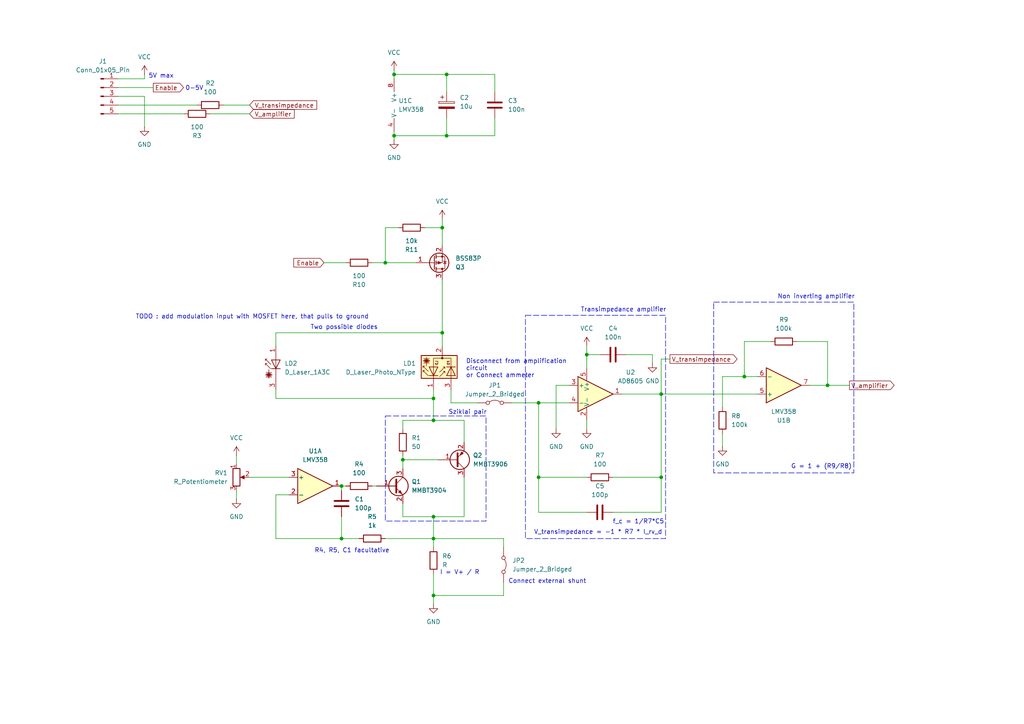
<source format=kicad_sch>
(kicad_sch (version 20231120) (generator "eeschema") (generator_version "8.0")
  (paper "A4")
  (title_block (title "Mini laser driver") (date "2025-02-06") (rev "A00"))
  (lib_symbols
    (symbol "Amplifier_Operational:LMV358" (pin_names (offset 0.127))
      (property "Reference" "U" (at 0 5.08 0))
      (property "Value" "LMV358" (at 0 -5.08 0))
      (symbol "LMV358_1_1"
        (polyline (pts (xy -5.08 5.08) (xy 5.08 0) (xy -5.08 -5.08) (xy -5.08 5.08)) (stroke (width 0.254)) (fill (type background)))
        (pin output line (at 7.62 0 180) (length 2.54) (name "~") (number "1"))
        (pin input line (at -7.62 -2.54 0) (length 2.54) (name "-") (number "2"))
        (pin input line (at -7.62 2.54 0) (length 2.54) (name "+") (number "3"))
      )
      (symbol "LMV358_2_1"
        (polyline (pts (xy -5.08 5.08) (xy 5.08 0) (xy -5.08 -5.08) (xy -5.08 5.08)) (stroke (width 0.254)) (fill (type background)))
        (pin input line (at -7.62 2.54 0) (length 2.54) (name "+") (number "5"))
        (pin input line (at -7.62 -2.54 0) (length 2.54) (name "-") (number "6"))
        (pin output line (at 7.62 0 180) (length 2.54) (name "~") (number "7"))
      )
      (symbol "LMV358_3_1"
        (pin power_in line (at -2.54 -7.62 90) (length 3.81) (name "V-") (number "4"))
        (pin power_in line (at -2.54 7.62 270) (length 3.81) (name "V+") (number "8"))
      )
    )
    (symbol "Connector:Conn_01x05_Pin" (pin_names (offset 1.016) hide)
      (property "Reference" "J" (at 0 7.62 0))
      (property "Value" "Conn_01x05_Pin" (at 0 -7.62 0))
      (symbol "Conn_01x05_Pin_1_1"
        (polyline (pts (xy 1.27 -5.08) (xy 0.8636 -5.08)) (stroke (width 0.1524)))
        (polyline (pts (xy 1.27 -2.54) (xy 0.8636 -2.54)) (stroke (width 0.1524)))
        (polyline (pts (xy 1.27 0) (xy 0.8636 0)) (stroke (width 0.1524)))
        (polyline (pts (xy 1.27 2.54) (xy 0.8636 2.54)) (stroke (width 0.1524)))
        (polyline (pts (xy 1.27 5.08) (xy 0.8636 5.08)) (stroke (width 0.1524)))
        (rectangle (start 0.8636 -4.953) (end 0 -5.207) (stroke (width 0.1524)) (fill (type outline)))
        (rectangle (start 0.8636 -2.413) (end 0 -2.667) (stroke (width 0.1524)) (fill (type outline)))
        (rectangle (start 0.8636 0.127) (end 0 -0.127) (stroke (width 0.1524)) (fill (type outline)))
        (rectangle (start 0.8636 2.667) (end 0 2.413) (stroke (width 0.1524)) (fill (type outline)))
        (rectangle (start 0.8636 5.207) (end 0 4.953) (stroke (width 0.1524)) (fill (type outline)))
        (pin passive line (at 5.08 5.08 180) (length 3.81) (name "Pin_1") (number "1"))
        (pin passive line (at 5.08 2.54 180) (length 3.81) (name "Pin_2") (number "2"))
        (pin passive line (at 5.08 0 180) (length 3.81) (name "Pin_3") (number "3"))
        (pin passive line (at 5.08 -2.54 180) (length 3.81) (name "Pin_4") (number "4"))
        (pin passive line (at 5.08 -5.08 180) (length 3.81) (name "Pin_5") (number "5"))
      )
    )
    (symbol "Device:C" (pin_numbers hide) (pin_names (offset 0.254))
      (property "Reference" "C" (at 0.635 2.54 0))
      (property "Value" "C" (at 0.635 -2.54 0))
      (symbol "C_0_1"
        (polyline (pts (xy -2.032 -0.762) (xy 2.032 -0.762)) (stroke (width 0.508)))
        (polyline (pts (xy -2.032 0.762) (xy 2.032 0.762)) (stroke (width 0.508)))
      )
      (symbol "C_1_1"
        (pin passive line (at 0 3.81 270) (length 2.794) (name "~") (number "1"))
        (pin passive line (at 0 -3.81 90) (length 2.794) (name "~") (number "2"))
      )
    )
    (symbol "Device:C_Polarized" (pin_numbers hide) (pin_names (offset 0.254))
      (property "Reference" "C" (at 0.635 2.54 0))
      (property "Value" "C_Polarized" (at 0.635 -2.54 0))
      (symbol "C_Polarized_0_1"
        (rectangle (start -2.286 0.508) (end 2.286 1.016))
        (polyline (pts (xy -1.778 2.286) (xy -0.762 2.286)))
        (polyline (pts (xy -1.27 2.794) (xy -1.27 1.778)))
        (rectangle (start 2.286 -0.508) (end -2.286 -1.016) (fill (type outline)))
      )
      (symbol "C_Polarized_1_1"
        (pin passive line (at 0 3.81 270) (length 2.794) (name "~") (number "1"))
        (pin passive line (at 0 -3.81 90) (length 2.794) (name "~") (number "2"))
      )
    )
    (symbol "Device:D_Laser_1A3C" (pin_names (offset 1.016) hide)
      (property "Reference" "LD" (at -1.27 4.445 0))
      (property "Value" "D_Laser_1A3C" (at -1.27 -2.54 0))
      (symbol "D_Laser_1A3C_0_1"
        (polyline (pts (xy -4.064 1.27) (xy -2.54 2.794)))
        (polyline (pts (xy -4.064 1.778) (xy -2.54 2.286)))
        (polyline (pts (xy -4.064 2.286) (xy -2.54 1.778)))
        (polyline (pts (xy -4.064 2.794) (xy -2.54 1.27)))
        (polyline (pts (xy -3.556 2.794) (xy -3.048 1.27)))
        (polyline (pts (xy -3.302 2.032) (xy -3.302 1.016)))
        (polyline (pts (xy -3.302 2.032) (xy -3.302 3.048)))
        (polyline (pts (xy -3.048 2.794) (xy -3.556 1.27)))
        (polyline (pts (xy -1.778 2.032) (xy -4.318 2.032)))
        (polyline (pts (xy -1.524 1.27) (xy -1.524 -1.27)) (stroke (width 0.2032)))
        (polyline (pts (xy 1.27 3.048) (xy 0.762 3.048)))
        (polyline (pts (xy 2.54 0) (xy -5.08 0)))
        (polyline (pts (xy -0.254 1.524) (xy 1.27 3.048) (xy 1.27 2.54)))
        (polyline (pts (xy 1.016 1.27) (xy 1.016 -1.27) (xy -1.524 0) (xy 1.016 1.27)) (stroke (width 0.2032)))
        (polyline (pts (xy -1.524 1.524) (xy 0 3.048) (xy 0 2.54) (xy 0 3.048) (xy -0.508 3.048)))
      )
      (symbol "D_Laser_1A3C_1_1"
        (pin passive line (at 5.08 0 180) (length 2.54) (name "A") (number "1"))
        (pin passive line (at -7.62 0 0) (length 2.54) (name "K") (number "3"))
      )
    )
    (symbol "Device:D_Laser_Photo_NType" (pin_names hide)
      (property "Reference" "LD" (at 1.016 7.112 0))
      (property "Value" "D_Laser_Photo_NType" (at 1.016 -5.588 0))
      (symbol "D_Laser_Photo_NType_0_1"
        (circle (center -1.524 0) (radius 0.254) (fill (type outline)))
        (arc (start -0.508 -1.778) (mid -0.3302 -1.6002) (end -0.508 -1.397))
        (arc (start 0 -2.159) (mid 0.3794 -1.778) (end 0 -1.397))
        (polyline (pts (xy -2.54 0) (xy -1.524 0)))
        (polyline (pts (xy -1.524 3.81) (xy 0 5.334)))
        (polyline (pts (xy -1.524 4.318) (xy 0 4.826)))
        (polyline (pts (xy -1.524 4.826) (xy 0 4.318)))
        (polyline (pts (xy -1.524 5.334) (xy 0 3.81)))
        (polyline (pts (xy -1.016 5.334) (xy -0.508 3.81)))
        (polyline (pts (xy -0.762 4.572) (xy -0.762 3.556)))
        (polyline (pts (xy -0.762 4.572) (xy -0.762 5.588)))
        (polyline (pts (xy -0.635 -1.397) (xy -0.635 -2.159)))
        (polyline (pts (xy -0.508 5.334) (xy -1.016 3.81)))
        (polyline (pts (xy 0 -1.397) (xy 0 -2.159)))
        (polyline (pts (xy 0 2.032) (xy 0 1.27)))
        (polyline (pts (xy 0.762 4.572) (xy -1.778 4.572)))
        (polyline (pts (xy 0.762 5.588) (xy 1.27 5.588)))
        (polyline (pts (xy 1.016 -1.27) (xy 1.016 -3.81)) (stroke (width 0.2032)))
        (polyline (pts (xy 1.016 -0.762) (xy 1.524 -0.762)))
        (polyline (pts (xy 3.556 3.81) (xy 3.556 1.27)) (stroke (width 0.2032)))
        (polyline (pts (xy -0.635 2.032) (xy -0.635 1.27) (xy -0.254 1.27)))
        (polyline (pts (xy 2.286 4.064) (xy 0.762 5.588) (xy 0.762 5.08)))
        (polyline (pts (xy 2.54 0.762) (xy 1.016 -0.762) (xy 1.016 -0.254)))
        (polyline (pts (xy 3.556 -1.27) (xy 3.556 -3.81) (xy 1.016 -2.54) (xy 3.556 -1.27)) (stroke (width 0.2032)))
        (polyline (pts (xy 5.08 2.54) (xy -1.524 2.54) (xy -1.524 -2.54) (xy 5.08 -2.54)))
        (polyline (pts (xy 3.556 4.064) (xy 2.032 5.588) (xy 2.032 5.08) (xy 2.032 5.588) (xy 2.54 5.588)))
        (polyline (pts (xy 3.81 0.762) (xy 2.286 -0.762) (xy 2.286 -0.254) (xy 2.286 -0.762) (xy 2.794 -0.762)))
        (arc (start 0 1.27) (mid 0.3794 1.651) (end 0 2.032))
        (rectangle (start 4.318 6.096) (end -2.286 -4.318) (stroke (width 0.254)) (fill (type background)))
      )
      (symbol "D_Laser_Photo_NType_1_1"
        (polyline (pts (xy 1.016 3.81) (xy 1.016 1.27) (xy 3.556 2.54) (xy 1.016 3.81)) (stroke (width 0.2032)))
        (pin passive line (at 7.62 2.54 180) (length 2.54) (name "~") (number "1"))
        (pin passive line (at -5.08 0 0) (length 2.54) (name "~") (number "2"))
        (pin passive line (at 7.62 -2.54 180) (length 2.54) (name "~") (number "3"))
      )
    )
    (symbol "Device:R" (pin_numbers hide) (pin_names (offset 0))
      (property "Reference" "R" (at 2.032 0 90))
      (property "Value" "R" (at 0 0 90))
      (symbol "R_0_1"
        (rectangle (start -1.016 -2.54) (end 1.016 2.54) (stroke (width 0.254)))
      )
      (symbol "R_1_1"
        (pin passive line (at 0 3.81 270) (length 1.27) (name "~") (number "1"))
        (pin passive line (at 0 -3.81 90) (length 1.27) (name "~") (number "2"))
      )
    )
    (symbol "Device:R_Potentiometer" (pin_names (offset 1.016) hide)
      (property "Reference" "RV" (at -4.445 0 90))
      (property "Value" "R_Potentiometer" (at -2.54 0 90))
      (symbol "R_Potentiometer_0_1"
        (polyline (pts (xy 2.54 0) (xy 1.524 0)))
        (polyline (pts (xy 1.143 0) (xy 2.286 0.508) (xy 2.286 -0.508) (xy 1.143 0)) (fill (type outline)))
        (rectangle (start 1.016 2.54) (end -1.016 -2.54) (stroke (width 0.254)))
      )
      (symbol "R_Potentiometer_1_1"
        (pin passive line (at 0 3.81 270) (length 1.27) (name "1") (number "1"))
        (pin passive line (at 3.81 0 180) (length 1.27) (name "2") (number "2"))
        (pin passive line (at 0 -3.81 90) (length 1.27) (name "3") (number "3"))
      )
    )
    (symbol "Jumper:Jumper_2_Bridged" (pin_numbers hide) (pin_names (offset 0) hide) (exclude_from_sim yes)
      (property "Reference" "JP" (at 0 1.905 0))
      (property "Value" "Jumper_2_Bridged" (at 0 -2.54 0))
      (symbol "Jumper_2_Bridged_0_0"
        (circle (center -2.032 0) (radius 0.508))
        (circle (center 2.032 0) (radius 0.508))
      )
      (symbol "Jumper_2_Bridged_0_1"
        (arc (start 1.524 0.254) (mid 0 0.762) (end -1.524 0.254))
      )
      (symbol "Jumper_2_Bridged_1_1"
        (pin passive line (at -5.08 0 0) (length 2.54) (name "A") (number "1"))
        (pin passive line (at 5.08 0 180) (length 2.54) (name "B") (number "2"))
      )
    )
    (symbol "Transistor_BJT:MMBT3904" (pin_names (offset 0) hide)
      (property "Reference" "Q" (at 5.08 1.905 0))
      (property "Value" "MMBT3904" (at 5.08 0 0))
      (symbol "MMBT3904_0_1"
        (polyline (pts (xy 0.635 0.635) (xy 2.54 2.54)))
        (polyline (pts (xy 0.635 -0.635) (xy 2.54 -2.54) (xy 2.54 -2.54)))
        (polyline (pts (xy 0.635 1.905) (xy 0.635 -1.905) (xy 0.635 -1.905)) (stroke (width 0.508)))
        (polyline (pts (xy 1.27 -1.778) (xy 1.778 -1.27) (xy 2.286 -2.286) (xy 1.27 -1.778) (xy 1.27 -1.778)) (fill (type outline)))
        (circle (center 1.27 0) (radius 2.8194) (stroke (width 0.254)))
      )
      (symbol "MMBT3904_1_1"
        (pin input line (at -5.08 0 0) (length 5.715) (name "B") (number "1"))
        (pin passive line (at 2.54 -5.08 90) (length 2.54) (name "E") (number "2"))
        (pin passive line (at 2.54 5.08 270) (length 2.54) (name "C") (number "3"))
      )
    )
    (symbol "Transistor_BJT:MMBT3906" (pin_names (offset 0) hide)
      (property "Reference" "Q" (at 5.08 1.905 0))
      (property "Value" "MMBT3906" (at 5.08 0 0))
      (symbol "MMBT3906_0_1"
        (polyline (pts (xy 0.635 0.635) (xy 2.54 2.54)))
        (polyline (pts (xy 0.635 -0.635) (xy 2.54 -2.54) (xy 2.54 -2.54)))
        (polyline (pts (xy 0.635 1.905) (xy 0.635 -1.905) (xy 0.635 -1.905)) (stroke (width 0.508)))
        (polyline (pts (xy 2.286 -1.778) (xy 1.778 -2.286) (xy 1.27 -1.27) (xy 2.286 -1.778) (xy 2.286 -1.778)) (fill (type outline)))
        (circle (center 1.27 0) (radius 2.8194) (stroke (width 0.254)))
      )
      (symbol "MMBT3906_1_1"
        (pin input line (at -5.08 0 0) (length 5.715) (name "B") (number "1"))
        (pin passive line (at 2.54 -5.08 90) (length 2.54) (name "E") (number "2"))
        (pin passive line (at 2.54 5.08 270) (length 2.54) (name "C") (number "3"))
      )
    )
    (symbol "Transistor_FET:BSS83P" (pin_names hide)
      (property "Reference" "Q" (at 5.08 1.905 0))
      (property "Value" "BSS83P" (at 5.08 0 0))
      (symbol "BSS83P_0_1"
        (polyline (pts (xy 0.254 0) (xy -2.54 0)))
        (polyline (pts (xy 0.254 1.905) (xy 0.254 -1.905)) (stroke (width 0.254)))
        (polyline (pts (xy 0.762 -1.27) (xy 0.762 -2.286)) (stroke (width 0.254)))
        (polyline (pts (xy 0.762 0.508) (xy 0.762 -0.508)) (stroke (width 0.254)))
        (polyline (pts (xy 0.762 2.286) (xy 0.762 1.27)) (stroke (width 0.254)))
        (polyline (pts (xy 2.54 2.54) (xy 2.54 1.778)))
        (polyline (pts (xy 2.54 -2.54) (xy 2.54 0) (xy 0.762 0)))
        (polyline (pts (xy 0.762 1.778) (xy 3.302 1.778) (xy 3.302 -1.778) (xy 0.762 -1.778)))
        (polyline (pts (xy 2.286 0) (xy 1.27 0.381) (xy 1.27 -0.381) (xy 2.286 0)) (fill (type outline)))
        (polyline (pts (xy 2.794 -0.508) (xy 2.921 -0.381) (xy 3.683 -0.381) (xy 3.81 -0.254)))
        (polyline (pts (xy 3.302 -0.381) (xy 2.921 0.254) (xy 3.683 0.254) (xy 3.302 -0.381)))
        (circle (center 1.651 0) (radius 2.794) (stroke (width 0.254)))
        (circle (center 2.54 -1.778) (radius 0.254) (fill (type outline)))
        (circle (center 2.54 1.778) (radius 0.254) (fill (type outline)))
      )
      (symbol "BSS83P_1_1"
        (pin input line (at -5.08 0 0) (length 2.54) (name "G") (number "1"))
        (pin passive line (at 2.54 -5.08 90) (length 2.54) (name "S") (number "2"))
        (pin passive line (at 2.54 5.08 270) (length 2.54) (name "D") (number "3"))
      )
    )
    (symbol "mini-laser-driver-lib:AD8605" (pin_names (offset 0.127))
      (property "Reference" "U" (at 0 5.08 0))
      (property "Value" "AD8605" (at 0 -5.08 0))
      (symbol "AD8605_0_1"
        (polyline (pts (xy -5.08 5.08) (xy 5.08 0) (xy -5.08 -5.08) (xy -5.08 5.08)) (stroke (width 0.254)) (fill (type background)))
        (pin power_in line (at -2.54 -7.62 90) (length 3.81) (name "V-") (number "2"))
        (pin power_in line (at -2.54 7.62 270) (length 3.81) (name "V+") (number "5"))
      )
      (symbol "AD8605_1_1"
        (pin output line (at 7.62 0 180) (length 2.54) (name "~") (number "1"))
        (pin input line (at -7.62 2.54 0) (length 2.54) (name "+") (number "3"))
        (pin input line (at -7.62 -2.54 0) (length 2.54) (name "-") (number "4"))
      )
    )
    (symbol "power:GND" (power) (pin_numbers hide) (pin_names (offset 0) hide)
      (property "Value" "GND" (at 0 -3.81 0))
      (symbol "GND_0_1"
        (polyline (pts (xy 0 0) (xy 0 -1.27) (xy 1.27 -1.27) (xy 0 -2.54) (xy -1.27 -1.27) (xy 0 -1.27)))
      )
      (symbol "GND_1_1"
        (pin power_in line (at 0 0 270) (length 0) (name "~") (number "1"))
      )
    )
    (symbol "power:VCC" (power) (pin_numbers hide) (pin_names (offset 0) hide)
      (property "Value" "VCC" (at 0 3.556 0))
      (symbol "VCC_0_1"
        (polyline (pts (xy -0.762 1.27) (xy 0 2.54)))
        (polyline (pts (xy 0 0) (xy 0 2.54)))
        (polyline (pts (xy 0 2.54) (xy 0.762 1.27)))
      )
      (symbol "VCC_1_1"
        (pin power_in line (at 0 0 90) (length 0) (name "~") (number "1"))
      )
    )
  )
  (junction (at 156.21 138.43))
  (junction (at 191.77 138.43))
  (junction (at 240.03 111.76))
  (junction (at 114.3 39.37))
  (junction (at 111.76 76.2))
  (junction (at 170.18 102.87))
  (junction (at 125.73 115.57))
  (junction (at 191.77 114.3))
  (junction (at 125.73 149.86))
  (junction (at 128.27 96.52))
  (junction (at 99.06 156.21))
  (junction (at 215.9 109.22))
  (junction (at 125.73 156.21))
  (junction (at 114.3 21.59))
  (junction (at 99.06 140.97))
  (junction (at 129.54 21.59))
  (junction (at 156.21 116.84))
  (junction (at 125.73 121.92))
  (junction (at 129.54 39.37))
  (junction (at 125.73 172.72))
  (junction (at 116.84 133.35))
  (junction (at 128.27 66.04))
  (wire (pts (xy 123.19 66.04) (xy 128.27 66.04)))
  (wire (pts (xy 129.54 34.29) (xy 129.54 39.37)))
  (wire (pts (xy 128.27 63.5) (xy 128.27 66.04)))
  (wire (pts (xy 165.1 111.76) (xy 161.29 111.76)))
  (wire (pts (xy 99.06 156.21) (xy 80.01 156.21)))
  (wire (pts (xy 156.21 148.59) (xy 156.21 138.43)))
  (wire (pts (xy 34.29 27.94) (xy 41.91 27.94)))
  (wire (pts (xy 128.27 81.28) (xy 128.27 96.52)))
  (wire (pts (xy 93.98 76.2) (xy 100.33 76.2)))
  (wire (pts (xy 146.05 168.91) (xy 146.05 172.72)))
  (wire (pts (xy 130.81 116.84) (xy 138.43 116.84)))
  (wire (pts (xy 116.84 121.92) (xy 125.73 121.92)))
  (wire (pts (xy 99.06 149.86) (xy 99.06 156.21)))
  (wire (pts (xy 72.39 138.43) (xy 83.82 138.43)))
  (wire (pts (xy 134.62 138.43) (xy 134.62 149.86)))
  (wire (pts (xy 111.76 66.04) (xy 111.76 76.2)))
  (wire (pts (xy 111.76 156.21) (xy 125.73 156.21)))
  (wire (pts (xy 189.23 102.87) (xy 189.23 105.41)))
  (wire (pts (xy 223.52 99.06) (xy 215.9 99.06)))
  (wire (pts (xy 191.77 138.43) (xy 177.8 138.43)))
  (wire (pts (xy 64.77 30.48) (xy 72.39 30.48)))
  (wire (pts (xy 146.05 172.72) (xy 125.73 172.72)))
  (wire (pts (xy 231.14 99.06) (xy 240.03 99.06)))
  (wire (pts (xy 116.84 149.86) (xy 116.84 146.05)))
  (wire (pts (xy 180.34 114.3) (xy 191.77 114.3)))
  (wire (pts (xy 170.18 121.92) (xy 170.18 124.46)))
  (wire (pts (xy 128.27 96.52) (xy 128.27 100.33)))
  (wire (pts (xy 191.77 148.59) (xy 191.77 138.43)))
  (wire (pts (xy 170.18 148.59) (xy 156.21 148.59)))
  (wire (pts (xy 161.29 111.76) (xy 161.29 124.46)))
  (wire (pts (xy 125.73 172.72) (xy 125.73 175.26)))
  (wire (pts (xy 34.29 30.48) (xy 57.15 30.48)))
  (wire (pts (xy 170.18 100.33) (xy 170.18 102.87)))
  (wire (pts (xy 129.54 21.59) (xy 114.3 21.59)))
  (wire (pts (xy 107.95 140.97) (xy 109.22 140.97)))
  (wire (pts (xy 219.71 109.22) (xy 215.9 109.22)))
  (wire (pts (xy 170.18 138.43) (xy 156.21 138.43)))
  (wire (pts (xy 60.96 33.02) (xy 72.39 33.02)))
  (wire (pts (xy 107.95 76.2) (xy 111.76 76.2)))
  (wire (pts (xy 41.91 22.86) (xy 41.91 21.59)))
  (wire (pts (xy 128.27 66.04) (xy 128.27 71.12)))
  (wire (pts (xy 156.21 138.43) (xy 156.21 116.84)))
  (wire (pts (xy 156.21 116.84) (xy 165.1 116.84)))
  (wire (pts (xy 191.77 114.3) (xy 219.71 114.3)))
  (wire (pts (xy 143.51 26.67) (xy 143.51 21.59)))
  (wire (pts (xy 134.62 149.86) (xy 125.73 149.86)))
  (wire (pts (xy 125.73 149.86) (xy 116.84 149.86)))
  (wire (pts (xy 111.76 76.2) (xy 120.65 76.2)))
  (wire (pts (xy 240.03 111.76) (xy 246.38 111.76)))
  (wire (pts (xy 194.31 104.14) (xy 191.77 104.14)))
  (wire (pts (xy 143.51 39.37) (xy 129.54 39.37)))
  (wire (pts (xy 99.06 140.97) (xy 100.33 140.97)))
  (wire (pts (xy 99.06 140.97) (xy 99.06 142.24)))
  (wire (pts (xy 215.9 109.22) (xy 209.55 109.22)))
  (wire (pts (xy 177.8 148.59) (xy 191.77 148.59)))
  (wire (pts (xy 170.18 102.87) (xy 170.18 106.68)))
  (wire (pts (xy 80.01 100.33) (xy 80.01 96.52)))
  (wire (pts (xy 130.81 113.03) (xy 130.81 116.84)))
  (wire (pts (xy 80.01 96.52) (xy 128.27 96.52)))
  (wire (pts (xy 129.54 39.37) (xy 114.3 39.37)))
  (wire (pts (xy 116.84 124.46) (xy 116.84 121.92)))
  (wire (pts (xy 146.05 156.21) (xy 146.05 158.75)))
  (wire (pts (xy 116.84 133.35) (xy 116.84 135.89)))
  (wire (pts (xy 34.29 25.4) (xy 44.45 25.4)))
  (wire (pts (xy 68.58 142.24) (xy 68.58 144.78)))
  (wire (pts (xy 125.73 121.92) (xy 134.62 121.92)))
  (wire (pts (xy 41.91 27.94) (xy 41.91 36.83)))
  (wire (pts (xy 80.01 113.03) (xy 80.01 115.57)))
  (wire (pts (xy 129.54 26.67) (xy 129.54 21.59)))
  (wire (pts (xy 148.59 116.84) (xy 156.21 116.84)))
  (wire (pts (xy 191.77 104.14) (xy 191.77 114.3)))
  (wire (pts (xy 143.51 21.59) (xy 129.54 21.59)))
  (wire (pts (xy 240.03 111.76) (xy 234.95 111.76)))
  (wire (pts (xy 240.03 99.06) (xy 240.03 111.76)))
  (wire (pts (xy 125.73 113.03) (xy 125.73 115.57)))
  (wire (pts (xy 116.84 132.08) (xy 116.84 133.35)))
  (wire (pts (xy 116.84 133.35) (xy 127 133.35)))
  (wire (pts (xy 114.3 39.37) (xy 114.3 40.64)))
  (wire (pts (xy 114.3 20.32) (xy 114.3 21.59)))
  (wire (pts (xy 125.73 166.37) (xy 125.73 172.72)))
  (wire (pts (xy 125.73 156.21) (xy 146.05 156.21)))
  (wire (pts (xy 170.18 102.87) (xy 173.99 102.87)))
  (wire (pts (xy 99.06 156.21) (xy 104.14 156.21)))
  (wire (pts (xy 125.73 149.86) (xy 125.73 156.21)))
  (wire (pts (xy 34.29 22.86) (xy 41.91 22.86)))
  (wire (pts (xy 215.9 99.06) (xy 215.9 109.22)))
  (wire (pts (xy 134.62 121.92) (xy 134.62 128.27)))
  (wire (pts (xy 181.61 102.87) (xy 189.23 102.87)))
  (wire (pts (xy 68.58 132.08) (xy 68.58 134.62)))
  (wire (pts (xy 125.73 115.57) (xy 125.73 121.92)))
  (wire (pts (xy 34.29 33.02) (xy 53.34 33.02)))
  (wire (pts (xy 125.73 115.57) (xy 80.01 115.57)))
  (wire (pts (xy 80.01 156.21) (xy 80.01 143.51)))
  (wire (pts (xy 209.55 125.73) (xy 209.55 129.54)))
  (wire (pts (xy 80.01 143.51) (xy 83.82 143.51)))
  (wire (pts (xy 115.57 66.04) (xy 111.76 66.04)))
  (wire (pts (xy 125.73 156.21) (xy 125.73 158.75)))
  (wire (pts (xy 191.77 114.3) (xy 191.77 138.43)))
  (wire (pts (xy 114.3 38.1) (xy 114.3 39.37)))
  (wire (pts (xy 114.3 21.59) (xy 114.3 22.86)))
  (wire (pts (xy 143.51 34.29) (xy 143.51 39.37)))
  (wire (pts (xy 209.55 109.22) (xy 209.55 118.11)))
  (rectangle (start 111.76 120.65) (end 140.97 151.13) (stroke (width 0) (type dash)))
  (rectangle (start 207.01 87.63) (end 247.65 137.16) (stroke (width 0) (type dash)))
  (rectangle (start 152.4 91.44) (end 193.04 156.21) (stroke (width 0) (type dash)))
  (text "I = V+ / R" (at 133.35 166.116 0) (effects (font (size 1.27 1.27))))
  (text "R4, R5, C1 facultative" (at 102.108 159.766 0) (effects (font (size 1.27 1.27))))
  (text "5V max" (at 46.736 22.098 0) (effects (font (size 1.27 1.27))))
  (text "G = 1 + (R9/R8)" (at 238.252 135.382 0) (effects (font (size 1.27 1.27))))
  (text "Two possible diodes" (at 99.822 94.996 0) (effects (font (size 1.27 1.27))))
  (text "f_c = 1/R7*C5" (at 185.166 151.384 0) (effects (font (size 1.27 1.27))))
  (text "V_transimpedance = -1 * R7 * I_rv_d" (at 173.482 154.432 0) (effects (font (size 1.27 1.27))))
  (text "Disconnect from amplification \ncircuit\nor Connect ammeter" (at 135.128 106.934 0) (effects (font (size 1.27 1.27)) (justify left)))
  (text "Sziklai pair" (at 135.636 119.634 0) (effects (font (size 1.27 1.27))))
  (text "Connect external shunt" (at 158.75 168.656 0) (effects (font (size 1.27 1.27))))
  (text "0-5V" (at 56.388 25.654 0) (effects (font (size 1.27 1.27))))
  (text "Non inverting amplifier" (at 236.728 86.106 0) (effects (font (size 1.27 1.27))))
  (text "Transimpedance amplifier" (at 180.848 89.916 0) (effects (font (size 1.27 1.27))))
  (text "TODO : add modulation input with MOSFET here, that pulls to ground" (at 73.152 91.948 0) (effects (font (size 1.27 1.27))))
  (global_label "V_transimpedance" (shape output) (at 194.31 104.14 0) (property "Intersheetrefs" "${INTERSHEET_REFS}" (effects (hide yes))))
  (global_label "Enable" (shape output) (at 44.45 25.4 0) (property "Intersheetrefs" "${INTERSHEET_REFS}" (effects (hide yes))))
  (global_label "V_amplifier" (shape output) (at 246.38 111.76 0) (property "Intersheetrefs" "${INTERSHEET_REFS}" (effects (hide yes))))
  (global_label "V_transimpedance" (shape input) (at 72.39 30.48 0) (property "Intersheetrefs" "${INTERSHEET_REFS}" (effects (hide yes))))
  (global_label "Enable" (shape input) (at 93.98 76.2 180) (property "Intersheetrefs" "${INTERSHEET_REFS}" (effects (hide yes))))
  (global_label "V_amplifier" (shape input) (at 72.39 33.02 0) (property "Intersheetrefs" "${INTERSHEET_REFS}" (effects (hide yes))))
  (symbol (lib_id "power:GND") (at 125.73 175.26 0) (unit 1)
    (property "Reference" "#PWR08" (effects (hide yes)))
    (property "Value" "GND" (at 125.73 180.34 0))
    (property "Description" "Power symbol creates a global label with name \"GND\" , ground" (effects (hide yes)))
  )
  (symbol (lib_id "Device:R") (at 104.14 76.2 270) (mirror x) (unit 1)
    (property "Reference" "R10" (at 104.14 82.55 90))
    (property "Value" "100" (at 104.14 80.01 90))
    (property "Footprint" "Resistor_SMD:R_0603_1608Metric_Pad0.98x0.95mm_HandSolder" (effects (hide yes)))
    (property "Description" "Resistor" (effects (hide yes)))
  )
  (symbol (lib_id "Jumper:Jumper_2_Bridged") (at 146.05 163.83 270) (unit 1) (exclude_from_sim yes)
    (property "Reference" "JP2" (at 148.59 162.5599 90) (effects (justify left)))
    (property "Value" "Jumper_2_Bridged" (at 148.59 165.0999 90) (effects (justify left)))
    (property "Footprint" "Connector_PinHeader_2.54mm:PinHeader_1x02_P2.54mm_Vertical" (effects (hide yes)))
    (property "Description" "Jumper, 2-pole, closed/bridged" (effects (hide yes)))
  )
  (symbol (lib_id "power:GND") (at 114.3 40.64 0) (unit 1)
    (property "Reference" "#PWR03" (effects (hide yes)))
    (property "Value" "GND" (at 114.3 45.72 0))
    (property "Description" "Power symbol creates a global label with name \"GND\" , ground" (effects (hide yes)))
  )
  (symbol (lib_id "Device:R") (at 104.14 140.97 90) (unit 1)
    (property "Reference" "R4" (at 104.14 134.62 90))
    (property "Value" "100" (at 104.14 137.16 90))
    (property "Footprint" "Resistor_SMD:R_0603_1608Metric_Pad0.98x0.95mm_HandSolder" (effects (hide yes)))
    (property "Description" "Resistor" (effects (hide yes)))
  )
  (symbol (lib_id "Device:D_Laser_1A3C") (at 80.01 105.41 90) (unit 1)
    (property "Reference" "LD2" (at 82.55 105.4099 90) (effects (justify right)))
    (property "Value" "D_Laser_1A3C" (at 82.55 107.9499 90) (effects (justify right)))
    (property "Footprint" "Package_TO_SOT_THT:TO-18-3_Window" (effects (hide yes)))
    (property "Description" "Laser diode, cathode on pin 3, anode on pin 1" (effects (hide yes)))
  )
  (symbol (lib_id "Device:C") (at 143.51 30.48 0) (unit 1)
    (property "Reference" "C3" (at 147.32 29.2099 0) (effects (justify left)))
    (property "Value" "100n" (at 147.32 31.7499 0) (effects (justify left)))
    (property "Footprint" "Capacitor_SMD:C_0603_1608Metric_Pad1.08x0.95mm_HandSolder" (effects (hide yes)))
    (property "Description" "Unpolarized capacitor" (effects (hide yes)))
  )
  (symbol (lib_id "Device:R") (at 227.33 99.06 270) (unit 1)
    (property "Reference" "R9" (at 227.33 92.71 90))
    (property "Value" "100k" (at 227.33 95.25 90))
    (property "Footprint" "Resistor_SMD:R_0603_1608Metric_Pad0.98x0.95mm_HandSolder" (effects (hide yes)))
    (property "Description" "Resistor" (effects (hide yes)))
  )
  (symbol (lib_id "Amplifier_Operational:LMV358") (at 116.84 30.48 0) (unit 3)
    (property "Reference" "U1" (at 115.57 29.2099 0) (effects (justify left)))
    (property "Value" "LMV358" (at 115.57 31.7499 0) (effects (justify left)))
    (property "Footprint" "Package_SO:SOIC-8_3.9x4.9mm_P1.27mm" (effects (hide yes)))
    (property "Datasheet" "http://www.ti.com/lit/ds/symlink/lmv324.pdf" (effects (hide yes)))
    (property "Description" "Dual Low-Voltage Rail-to-Rail Output Operational Amplifiers, SOIC-8/SSOP-8" (effects (hide yes)))
  )
  (symbol (lib_id "Device:R_Potentiometer") (at 68.58 138.43 0) (unit 1)
    (property "Reference" "RV1" (at 66.04 137.1599 0) (effects (justify right)))
    (property "Value" "R_Potentiometer" (at 66.04 139.6999 0) (effects (justify right)))
    (property "Footprint" "Potentiometer_THT:Potentiometer_Bourns_3296W_Vertical" (effects (hide yes)))
    (property "Description" "Potentiometer" (effects (hide yes)))
  )
  (symbol (lib_id "power:VCC") (at 114.3 20.32 0) (unit 1)
    (property "Reference" "#PWR04" (effects (hide yes)))
    (property "Value" "VCC" (at 114.3 15.24 0))
    (property "Description" "Power symbol creates a global label with name \"VCC\"" (effects (hide yes)))
  )
  (symbol (lib_id "Transistor_FET:BSS83P") (at 125.73 76.2 0) (mirror x) (unit 1)
    (property "Reference" "Q3" (at 132.08 77.4701 0) (effects (justify left)))
    (property "Value" "BSS83P" (at 132.08 74.9301 0) (effects (justify left)))
    (property "Footprint" "Package_TO_SOT_SMD:SOT-23" (effects (hide yes)))
    (property "Datasheet" "http://www.farnell.com/datasheets/1835997.pdf" (effects (hide yes)))
    (property "Description" "-0.33A Id, -60V Vds, P-Channel MOSFET, SOT-23" (effects (hide yes)))
  )
  (symbol (lib_id "mini-laser-driver-lib:AD8605") (at 172.72 114.3 0) (unit 1)
    (property "Reference" "U2" (at 182.88 107.9814 0))
    (property "Value" "AD8605" (at 182.88 110.5214 0))
    (property "Footprint" "Package_TO_SOT_SMD:TSOT-23-5" (effects (hide yes)))
    (property "Datasheet" "https://www.analog.com/media/en/technical-documentation/data-sheets/ad8605_8606_8608.pdf" (effects (hide yes)))
    (property "Description" "Precision Micropower, Low Noise CMOS, Rail-to-Rail Input/Output Operational Amplifier, TSOT-23-5" (effects (hide yes)))
  )
  (symbol (lib_id "Device:R") (at 57.15 33.02 270) (mirror x) (unit 1)
    (property "Reference" "R3" (at 57.15 39.37 90))
    (property "Value" "100" (at 57.15 36.83 90))
    (property "Footprint" "Resistor_SMD:R_0603_1608Metric_Pad0.98x0.95mm_HandSolder" (effects (hide yes)))
    (property "Description" "Resistor" (effects (hide yes)))
  )
  (symbol (lib_id "Jumper:Jumper_2_Bridged") (at 143.51 116.84 0) (unit 1) (exclude_from_sim yes)
    (property "Reference" "JP1" (at 143.51 111.76 0))
    (property "Value" "Jumper_2_Bridged" (at 143.51 114.3 0))
    (property "Footprint" "Connector_PinHeader_2.54mm:PinHeader_1x02_P2.54mm_Vertical" (effects (hide yes)))
    (property "Description" "Jumper, 2-pole, closed/bridged" (effects (hide yes)))
  )
  (symbol (lib_id "power:GND") (at 209.55 129.54 0) (unit 1)
    (property "Reference" "#PWR013" (effects (hide yes)))
    (property "Value" "GND" (at 209.55 134.62 0))
    (property "Description" "Power symbol creates a global label with name \"GND\" , ground" (effects (hide yes)))
  )
  (symbol (lib_id "Device:R") (at 173.99 138.43 90) (unit 1)
    (property "Reference" "R7" (at 173.99 132.08 90))
    (property "Value" "100" (at 173.99 134.62 90))
    (property "Footprint" "Resistor_SMD:R_0603_1608Metric_Pad0.98x0.95mm_HandSolder" (effects (hide yes)))
    (property "Description" "Resistor" (effects (hide yes)))
  )
  (symbol (lib_id "power:VCC") (at 68.58 132.08 0) (unit 1)
    (property "Reference" "#PWR06" (effects (hide yes)))
    (property "Value" "VCC" (at 68.58 127 0))
    (property "Description" "Power symbol creates a global label with name \"VCC\"" (effects (hide yes)))
  )
  (symbol (lib_id "Device:R") (at 107.95 156.21 90) (unit 1)
    (property "Reference" "R5" (at 107.95 149.86 90))
    (property "Value" "1k" (at 107.95 152.4 90))
    (property "Footprint" "Resistor_SMD:R_0603_1608Metric_Pad0.98x0.95mm_HandSolder" (effects (hide yes)))
    (property "Description" "Resistor" (effects (hide yes)))
  )
  (symbol (lib_id "power:VCC") (at 128.27 63.5 0) (unit 1)
    (property "Reference" "#PWR014" (effects (hide yes)))
    (property "Value" "VCC" (at 128.27 58.42 0))
    (property "Description" "Power symbol creates a global label with name \"VCC\"" (effects (hide yes)))
  )
  (symbol (lib_id "power:VCC") (at 170.18 100.33 0) (unit 1)
    (property "Reference" "#PWR09" (effects (hide yes)))
    (property "Value" "VCC" (at 170.18 95.25 0))
    (property "Description" "Power symbol creates a global label with name \"VCC\"" (effects (hide yes)))
  )
  (symbol (lib_id "Device:C") (at 177.8 102.87 90) (unit 1)
    (property "Reference" "C4" (at 177.8 95.25 90))
    (property "Value" "100n" (at 177.8 97.79 90))
    (property "Footprint" "Capacitor_SMD:C_0603_1608Metric_Pad1.08x0.95mm_HandSolder" (effects (hide yes)))
    (property "Description" "Unpolarized capacitor" (effects (hide yes)))
  )
  (symbol (lib_id "Device:R") (at 119.38 66.04 270) (mirror x) (unit 1)
    (property "Reference" "R11" (at 119.38 72.39 90))
    (property "Value" "10k" (at 119.38 69.85 90))
    (property "Footprint" "Resistor_SMD:R_0603_1608Metric_Pad0.98x0.95mm_HandSolder" (effects (hide yes)))
    (property "Description" "Resistor" (effects (hide yes)))
  )
  (symbol (lib_id "Device:R") (at 125.73 162.56 180) (unit 1)
    (property "Reference" "R6" (at 128.27 161.2899 0) (effects (justify right)))
    (property "Value" "R" (at 128.27 163.8299 0) (effects (justify right)))
    (property "Footprint" "Resistor_SMD:R_1206_3216Metric_Pad1.30x1.75mm_HandSolder" (effects (hide yes)))
    (property "Description" "Resistor" (effects (hide yes)))
  )
  (symbol (lib_id "power:GND") (at 189.23 105.41 0) (unit 1)
    (property "Reference" "#PWR011" (effects (hide yes)))
    (property "Value" "GND" (at 189.23 110.49 0))
    (property "Description" "Power symbol creates a global label with name \"GND\" , ground" (effects (hide yes)))
  )
  (symbol (lib_id "Device:R") (at 60.96 30.48 270) (unit 1)
    (property "Reference" "R2" (at 60.96 24.13 90))
    (property "Value" "100" (at 60.96 26.67 90))
    (property "Footprint" "Resistor_SMD:R_0603_1608Metric_Pad0.98x0.95mm_HandSolder" (effects (hide yes)))
    (property "Description" "Resistor" (effects (hide yes)))
  )
  (symbol (lib_id "power:GND") (at 170.18 124.46 0) (unit 1)
    (property "Reference" "#PWR010" (effects (hide yes)))
    (property "Value" "GND" (at 170.18 129.54 0))
    (property "Description" "Power symbol creates a global label with name \"GND\" , ground" (effects (hide yes)))
  )
  (symbol (lib_id "Connector:Conn_01x05_Pin") (at 29.21 27.94 0) (unit 1)
    (property "Reference" "J1" (at 29.845 17.78 0))
    (property "Value" "Conn_01x05_Pin" (at 29.845 20.32 0))
    (property "Footprint" "Connector_PinHeader_2.54mm:PinHeader_1x05_P2.54mm_Vertical" (effects (hide yes)))
    (property "Description" "Generic connector, single row, 01x05, script generated" (effects (hide yes)))
  )
  (symbol (lib_id "Amplifier_Operational:LMV358") (at 91.44 140.97 0) (unit 1)
    (property "Reference" "U1" (at 91.44 130.81 0))
    (property "Value" "LMV358" (at 91.44 133.35 0))
    (property "Footprint" "Package_SO:SOIC-8_3.9x4.9mm_P1.27mm" (effects (hide yes)))
    (property "Datasheet" "http://www.ti.com/lit/ds/symlink/lmv324.pdf" (effects (hide yes)))
    (property "Description" "Dual Low-Voltage Rail-to-Rail Output Operational Amplifiers, SOIC-8/SSOP-8" (effects (hide yes)))
  )
  (symbol (lib_id "power:VCC") (at 41.91 21.59 0) (unit 1)
    (property "Reference" "#PWR01" (effects (hide yes)))
    (property "Value" "VCC" (at 41.91 16.51 0))
    (property "Description" "Power symbol creates a global label with name \"VCC\"" (effects (hide yes)))
  )
  (symbol (lib_id "Transistor_BJT:MMBT3906") (at 132.08 133.35 0) (mirror x) (unit 1)
    (property "Reference" "Q2" (at 137.16 132.0799 0) (effects (justify left)))
    (property "Value" "MMBT3906" (at 137.16 134.6199 0) (effects (justify left)))
    (property "Footprint" "Package_TO_SOT_SMD:SOT-23" (effects (hide yes)))
    (property "Datasheet" "https://www.onsemi.com/pdf/datasheet/pzt3906-d.pdf" (effects (hide yes)))
    (property "Description" "-0.2A Ic, -40V Vce, Small Signal PNP Transistor, SOT-23" (effects (hide yes)))
  )
  (symbol (lib_id "Device:C") (at 173.99 148.59 90) (unit 1)
    (property "Reference" "C5" (at 173.99 140.97 90))
    (property "Value" "100p" (at 173.99 143.51 90))
    (property "Footprint" "Capacitor_SMD:C_0603_1608Metric_Pad1.08x0.95mm_HandSolder" (effects (hide yes)))
    (property "Description" "Unpolarized capacitor" (effects (hide yes)))
  )
  (symbol (lib_id "power:GND") (at 68.58 144.78 0) (unit 1)
    (property "Reference" "#PWR07" (effects (hide yes)))
    (property "Value" "GND" (at 68.58 149.86 0))
    (property "Description" "Power symbol creates a global label with name \"GND\" , ground" (effects (hide yes)))
  )
  (symbol (lib_id "Device:D_Laser_Photo_NType") (at 128.27 105.41 90) (mirror x) (unit 1)
    (property "Reference" "LD1" (at 120.65 105.4099 90) (effects (justify left)))
    (property "Value" "D_Laser_Photo_NType" (at 120.65 107.9499 90) (effects (justify left)))
    (property "Footprint" "Package_TO_SOT_THT:TO-18-3_Window" (effects (hide yes)))
    (property "Datasheet" "http://www.egismos.disonhu.com/laser/diode-package.htm" (effects (hide yes)))
    (property "Description" "Laser diode with photodiode, center on pin 2, LD cathode on pin 1" (effects (hide yes)))
  )
  (symbol (lib_id "Device:C_Polarized") (at 129.54 30.48 0) (unit 1)
    (property "Reference" "C2" (at 133.35 28.3209 0) (effects (justify left)))
    (property "Value" "10u" (at 133.35 30.8609 0) (effects (justify left)))
    (property "Footprint" "Capacitor_THT:CP_Radial_D4.0mm_P2.00mm" (effects (hide yes)))
    (property "Description" "Polarized capacitor" (effects (hide yes)))
  )
  (symbol (lib_id "Transistor_BJT:MMBT3904") (at 114.3 140.97 0) (unit 1)
    (property "Reference" "Q1" (at 119.38 139.6999 0) (effects (justify left)))
    (property "Value" "MMBT3904" (at 119.38 142.2399 0) (effects (justify left)))
    (property "Footprint" "Package_TO_SOT_SMD:SOT-23" (effects (hide yes)))
    (property "Datasheet" "https://www.onsemi.com/pdf/datasheet/pzt3904-d.pdf" (effects (hide yes)))
    (property "Description" "0.2A Ic, 40V Vce, Small Signal NPN Transistor, SOT-23" (effects (hide yes)))
  )
  (symbol (lib_id "power:GND") (at 161.29 124.46 0) (unit 1)
    (property "Reference" "#PWR012" (effects (hide yes)))
    (property "Value" "GND" (at 161.29 129.54 0))
    (property "Description" "Power symbol creates a global label with name \"GND\" , ground" (effects (hide yes)))
  )
  (symbol (lib_id "Device:R") (at 116.84 128.27 0) (unit 1)
    (property "Reference" "R1" (at 119.38 126.9999 0) (effects (justify left)))
    (property "Value" "50" (at 119.38 129.5399 0) (effects (justify left)))
    (property "Footprint" "Resistor_SMD:R_0603_1608Metric_Pad0.98x0.95mm_HandSolder" (effects (hide yes)))
    (property "Description" "Resistor" (effects (hide yes)))
  )
  (symbol (lib_id "Amplifier_Operational:LMV358") (at 227.33 111.76 0) (mirror x) (unit 2)
    (property "Reference" "U1" (at 227.33 121.92 0))
    (property "Value" "LMV358" (at 227.33 119.38 0))
    (property "Footprint" "Package_SO:SOIC-8_3.9x4.9mm_P1.27mm" (effects (hide yes)))
    (property "Datasheet" "http://www.ti.com/lit/ds/symlink/lmv324.pdf" (effects (hide yes)))
    (property "Description" "Dual Low-Voltage Rail-to-Rail Output Operational Amplifiers, SOIC-8/SSOP-8" (effects (hide yes)))
  )
  (symbol (lib_id "power:GND") (at 41.91 36.83 0) (unit 1)
    (property "Reference" "#PWR02" (effects (hide yes)))
    (property "Value" "GND" (at 41.91 41.91 0))
    (property "Description" "Power symbol creates a global label with name \"GND\" , ground" (effects (hide yes)))
  )
  (symbol (lib_id "Device:C") (at 99.06 146.05 0) (unit 1)
    (property "Reference" "C1" (at 102.87 144.7799 0) (effects (justify left)))
    (property "Value" "100p" (at 102.87 147.3199 0) (effects (justify left)))
    (property "Footprint" "Capacitor_SMD:C_0603_1608Metric_Pad1.08x0.95mm_HandSolder" (effects (hide yes)))
    (property "Description" "Unpolarized capacitor" (effects (hide yes)))
  )
  (symbol (lib_id "Device:R") (at 209.55 121.92 180) (unit 1)
    (property "Reference" "R8" (at 212.09 120.6499 0) (effects (justify right)))
    (property "Value" "100k" (at 212.09 123.1899 0) (effects (justify right)))
    (property "Footprint" "Resistor_SMD:R_0603_1608Metric_Pad0.98x0.95mm_HandSolder" (effects (hide yes)))
    (property "Description" "Resistor" (effects (hide yes)))
  )
)
</source>
